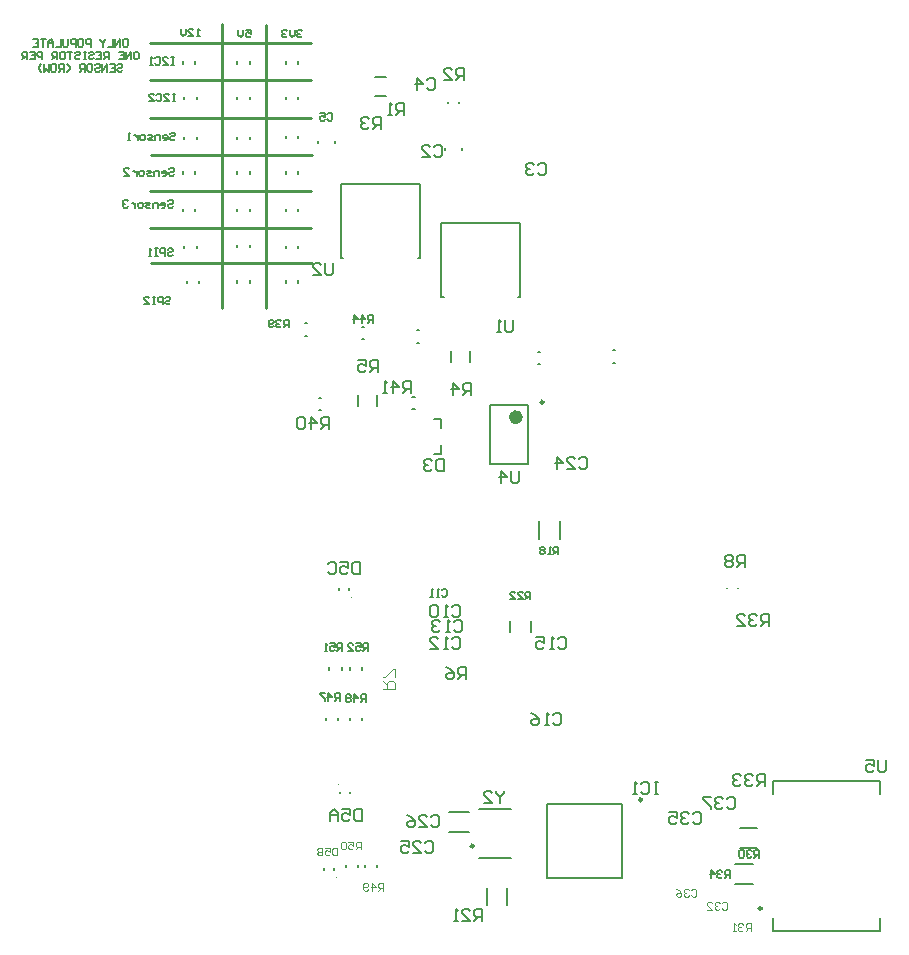
<source format=gbo>
G04*
G04 #@! TF.GenerationSoftware,Altium Limited,Altium Designer,22.11.1 (43)*
G04*
G04 Layer_Color=32896*
%FSLAX25Y25*%
%MOIN*%
G70*
G04*
G04 #@! TF.SameCoordinates,B9669DE6-A21E-4E6A-9EE2-FAEABAE17C55*
G04*
G04*
G04 #@! TF.FilePolarity,Positive*
G04*
G01*
G75*
%ADD10C,0.00787*%
%ADD11C,0.00984*%
%ADD12C,0.02362*%
%ADD13C,0.00394*%
%ADD14C,0.01000*%
%ADD17C,0.00500*%
%ADD18C,0.00300*%
%ADD21C,0.00591*%
D10*
X487331Y390650D02*
X488118D01*
X487331Y386516D02*
X488118D01*
X396063Y310732D02*
Y311315D01*
X399212Y310732D02*
Y311315D01*
X391634Y267323D02*
Y268110D01*
X395768Y267323D02*
Y268110D01*
X403642Y267323D02*
Y268110D01*
X399508Y267323D02*
Y268110D01*
X392815Y284252D02*
Y285039D01*
X396949Y284252D02*
Y285039D01*
X399508Y284252D02*
Y285039D01*
X403642Y284252D02*
Y285039D01*
X422047Y393209D02*
X422835D01*
X422047Y397342D02*
X422835D01*
X462205Y390256D02*
X462992D01*
X462205Y386122D02*
X462992D01*
X384646Y395571D02*
X385433D01*
X384646Y399705D02*
X385433D01*
X378248Y486221D02*
Y487008D01*
X382382Y486221D02*
Y487008D01*
X345177Y412992D02*
Y413779D01*
X349311Y412992D02*
Y413779D01*
X362106Y413287D02*
Y414075D01*
X366240Y413287D02*
Y414075D01*
X362106Y425098D02*
Y425886D01*
X366240Y425098D02*
Y425886D01*
X362106Y449606D02*
Y450394D01*
X366240Y449606D02*
Y450394D01*
X362106Y461024D02*
Y461811D01*
X366240Y461024D02*
Y461811D01*
X362106Y474409D02*
Y475197D01*
X366240Y474409D02*
Y475197D01*
X343996Y449606D02*
Y450394D01*
X348130Y449606D02*
Y450394D01*
X344390Y461024D02*
Y461811D01*
X348524Y461024D02*
Y461811D01*
X344390Y474409D02*
Y475197D01*
X348524Y474409D02*
Y475197D01*
X344390Y424803D02*
Y425591D01*
X348524Y424803D02*
Y425591D01*
X378248Y413287D02*
Y414075D01*
X382382Y413287D02*
Y414075D01*
X378248Y424803D02*
Y425591D01*
X382382Y424803D02*
Y425591D01*
X378248Y449606D02*
Y450394D01*
X382382Y449606D02*
Y450394D01*
X378248Y461319D02*
Y462106D01*
X382382Y461319D02*
Y462106D01*
X362106Y486221D02*
Y487008D01*
X366240Y486221D02*
Y487008D01*
X343996Y486221D02*
Y487008D01*
X348130Y486221D02*
Y487008D01*
X378248Y474409D02*
Y475197D01*
X382382Y474409D02*
Y475197D01*
X378248Y437008D02*
Y437795D01*
X382382Y437008D02*
Y437795D01*
X362106Y437008D02*
Y437795D01*
X366240Y437008D02*
Y437795D01*
X343996Y437008D02*
Y437795D01*
X348130Y437008D02*
Y437795D01*
X394587Y459941D02*
Y460532D01*
X388878Y459941D02*
Y460532D01*
X399606Y243016D02*
Y243598D01*
X396457Y243016D02*
Y243598D01*
X396654Y421614D02*
X397441D01*
X422244D02*
X423032D01*
Y446102D01*
X396654D02*
X423032D01*
X396654Y421614D02*
Y446102D01*
X389370Y370768D02*
X390158D01*
X389370Y374902D02*
X390158D01*
X420472Y371161D02*
X421260D01*
X420472Y375295D02*
X421260D01*
X403543Y398524D02*
X404331D01*
X403543Y394390D02*
X404331D01*
X394192Y217434D02*
Y218017D01*
X391043Y217434D02*
Y218017D01*
X398327Y218513D02*
Y219300D01*
X402461Y218513D02*
Y219300D01*
X442660Y221453D02*
X453290D01*
X442660Y237792D02*
X453290D01*
X528150Y219488D02*
X534055D01*
X528150Y212795D02*
X534055D01*
X408760Y218513D02*
Y219300D01*
X404626Y218513D02*
Y219300D01*
X402362Y372153D02*
Y375878D01*
X408661Y372153D02*
Y375878D01*
X439764Y386823D02*
Y390548D01*
X433465Y386823D02*
Y390548D01*
X525394Y311319D02*
Y311516D01*
X528937Y311319D02*
Y311516D01*
X469520Y327969D02*
Y333874D01*
X462827Y327969D02*
Y333874D01*
X529524Y231571D02*
X535429D01*
X529524Y224878D02*
X535429D01*
X407874Y481890D02*
X411811D01*
X407874Y475591D02*
X411811D01*
X432480Y473130D02*
Y473327D01*
X436024Y473130D02*
Y473327D01*
X430118Y408622D02*
Y433110D01*
X455709Y408622D02*
X456496D01*
X430118D02*
X430905D01*
X456496D02*
Y433110D01*
X430118D02*
X456496D01*
X437106Y457579D02*
Y458169D01*
X431398Y457579D02*
Y458169D01*
X458878Y352673D02*
Y372358D01*
X446279Y352673D02*
Y372358D01*
X458878D01*
X446279Y352673D02*
X458878D01*
X430100Y356296D02*
Y359150D01*
X427541Y356296D02*
X430100D01*
Y364859D02*
Y367713D01*
X427541D02*
X430100D01*
X540681Y197123D02*
X576469D01*
Y201552D01*
X540681Y197123D02*
Y201552D01*
Y242694D02*
Y247123D01*
X576469Y242694D02*
Y247123D01*
X540681D02*
X576469D01*
X490276Y214721D02*
Y239524D01*
X465473Y214721D02*
X490276D01*
X465473D02*
Y239524D01*
X490276D01*
X453130Y296759D02*
Y300486D01*
X460020Y296759D02*
Y300486D01*
X445472Y205807D02*
Y211516D01*
X452165Y205807D02*
Y211516D01*
X432628Y230276D02*
X439321D01*
X432628Y236969D02*
X439321D01*
D11*
X440888Y225489D02*
G03*
X440888Y225489I-492J0D01*
G01*
X464193Y373461D02*
G03*
X464193Y373461I-492J0D01*
G01*
X536902Y204623D02*
G03*
X536902Y204623I-492J0D01*
G01*
X496969Y240902D02*
G03*
X496969Y240902I-492J0D01*
G01*
D12*
X456122Y368421D02*
G03*
X456122Y368421I-1181J0D01*
G01*
D13*
X400197Y308268D02*
G03*
X400197Y308268I-197J0D01*
G01*
X395866Y246063D02*
G03*
X395866Y246063I-197J0D01*
G01*
X395177Y214970D02*
G03*
X395177Y214970I-197J0D01*
G01*
D14*
X333465Y419685D02*
X387008D01*
X333071Y431496D02*
X386614D01*
X333071Y443701D02*
X386614D01*
X333465Y455905D02*
X387008D01*
X333071Y468110D02*
X386614D01*
X333071Y480709D02*
X386614D01*
X333071Y493307D02*
X386614D01*
X357087Y404724D02*
Y499606D01*
X371654Y404724D02*
Y499213D01*
D17*
X324421Y494468D02*
X325254D01*
X325671Y494052D01*
Y492385D01*
X325254Y491969D01*
X324421D01*
X324005Y492385D01*
Y494052D01*
X324421Y494468D01*
X323171Y491969D02*
Y494468D01*
X321505Y491969D01*
Y494468D01*
X320672D02*
Y491969D01*
X319006D01*
X318173Y494468D02*
Y494052D01*
X317340Y493219D01*
X316507Y494052D01*
Y494468D01*
X317340Y493219D02*
Y491969D01*
X313175D02*
Y494468D01*
X311925D01*
X311509Y494052D01*
Y493219D01*
X311925Y492802D01*
X313175D01*
X309426Y494468D02*
X310259D01*
X310676Y494052D01*
Y492385D01*
X310259Y491969D01*
X309426D01*
X309010Y492385D01*
Y494052D01*
X309426Y494468D01*
X308176Y491969D02*
Y494468D01*
X306927D01*
X306510Y494052D01*
Y493219D01*
X306927Y492802D01*
X308176D01*
X305677Y494468D02*
Y492385D01*
X305261Y491969D01*
X304428D01*
X304011Y492385D01*
Y494468D01*
X303178D02*
Y491969D01*
X301512D01*
X300679D02*
Y493635D01*
X299846Y494468D01*
X299013Y493635D01*
Y491969D01*
Y493219D01*
X300679D01*
X298180Y494468D02*
X296514D01*
X297347D01*
Y491969D01*
X294014Y494468D02*
X295680D01*
Y491969D01*
X294014D01*
X295680Y493219D02*
X294847D01*
X327962Y490269D02*
X328795D01*
X329211Y489853D01*
Y488186D01*
X328795Y487770D01*
X327962D01*
X327545Y488186D01*
Y489853D01*
X327962Y490269D01*
X326712Y487770D02*
Y490269D01*
X325046Y487770D01*
Y490269D01*
X322547D02*
X324213D01*
Y487770D01*
X322547D01*
X324213Y489019D02*
X323380D01*
X319215Y487770D02*
Y490269D01*
X317965D01*
X317548Y489853D01*
Y489019D01*
X317965Y488603D01*
X319215D01*
X318381D02*
X317548Y487770D01*
X315049Y490269D02*
X316715D01*
Y487770D01*
X315049D01*
X316715Y489019D02*
X315882D01*
X312550Y489853D02*
X312966Y490269D01*
X313800D01*
X314216Y489853D01*
Y489436D01*
X313800Y489019D01*
X312966D01*
X312550Y488603D01*
Y488186D01*
X312966Y487770D01*
X313800D01*
X314216Y488186D01*
X311717Y490269D02*
X310884D01*
X311300D01*
Y487770D01*
X311717D01*
X310884D01*
X307968Y489853D02*
X308385Y490269D01*
X309218D01*
X309634Y489853D01*
Y489436D01*
X309218Y489019D01*
X308385D01*
X307968Y488603D01*
Y488186D01*
X308385Y487770D01*
X309218D01*
X309634Y488186D01*
X307135Y490269D02*
X305469D01*
X306302D01*
Y487770D01*
X303386Y490269D02*
X304219D01*
X304636Y489853D01*
Y488186D01*
X304219Y487770D01*
X303386D01*
X302970Y488186D01*
Y489853D01*
X303386Y490269D01*
X302137Y487770D02*
Y490269D01*
X300887D01*
X300471Y489853D01*
Y489019D01*
X300887Y488603D01*
X302137D01*
X301304D02*
X300471Y487770D01*
X297138D02*
Y490269D01*
X295889D01*
X295472Y489853D01*
Y489019D01*
X295889Y488603D01*
X297138D01*
X292973Y490269D02*
X294639D01*
Y487770D01*
X292973D01*
X294639Y489019D02*
X293806D01*
X292140Y487770D02*
Y490269D01*
X290890D01*
X290474Y489853D01*
Y489019D01*
X290890Y488603D01*
X292140D01*
X291307D02*
X290474Y487770D01*
X322130Y485653D02*
X322547Y486070D01*
X323380D01*
X323796Y485653D01*
Y485237D01*
X323380Y484821D01*
X322547D01*
X322130Y484404D01*
Y483987D01*
X322547Y483571D01*
X323380D01*
X323796Y483987D01*
X319631Y486070D02*
X321297D01*
Y483571D01*
X319631D01*
X321297Y484821D02*
X320464D01*
X318798Y483571D02*
Y486070D01*
X317132Y483571D01*
Y486070D01*
X314633Y485653D02*
X315049Y486070D01*
X315882D01*
X316299Y485653D01*
Y485237D01*
X315882Y484821D01*
X315049D01*
X314633Y484404D01*
Y483987D01*
X315049Y483571D01*
X315882D01*
X316299Y483987D01*
X312550Y486070D02*
X313383D01*
X313800Y485653D01*
Y483987D01*
X313383Y483571D01*
X312550D01*
X312133Y483987D01*
Y485653D01*
X312550Y486070D01*
X311300Y483571D02*
Y486070D01*
X310051D01*
X309634Y485653D01*
Y484821D01*
X310051Y484404D01*
X311300D01*
X310467D02*
X309634Y483571D01*
X305469D02*
X306302Y484404D01*
Y485237D01*
X305469Y486070D01*
X304219Y483571D02*
Y486070D01*
X302970D01*
X302553Y485653D01*
Y484821D01*
X302970Y484404D01*
X304219D01*
X303386D02*
X302553Y483571D01*
X300471Y486070D02*
X301304D01*
X301720Y485653D01*
Y483987D01*
X301304Y483571D01*
X300471D01*
X300054Y483987D01*
Y485653D01*
X300471Y486070D01*
X299221D02*
Y483571D01*
X298388Y484404D01*
X297555Y483571D01*
Y486070D01*
X296722Y483571D02*
X295889Y484404D01*
Y485237D01*
X296722Y486070D01*
X338141Y408095D02*
X338557Y408511D01*
X339390D01*
X339807Y408095D01*
Y407678D01*
X339390Y407261D01*
X338557D01*
X338141Y406845D01*
Y406428D01*
X338557Y406012D01*
X339390D01*
X339807Y406428D01*
X337308Y406012D02*
Y408511D01*
X336058D01*
X335641Y408095D01*
Y407261D01*
X336058Y406845D01*
X337308D01*
X334808Y408511D02*
X333975D01*
X334392D01*
Y406012D01*
X334808D01*
X333975D01*
X331060D02*
X332726D01*
X331060Y407678D01*
Y408095D01*
X331476Y408511D01*
X332309D01*
X332726Y408095D01*
X338905Y424236D02*
X339322Y424653D01*
X340155D01*
X340571Y424236D01*
Y423820D01*
X340155Y423403D01*
X339322D01*
X338905Y422987D01*
Y422570D01*
X339322Y422154D01*
X340155D01*
X340571Y422570D01*
X338072Y422154D02*
Y424653D01*
X336822D01*
X336406Y424236D01*
Y423403D01*
X336822Y422987D01*
X338072D01*
X335573Y424653D02*
X334740D01*
X335156D01*
Y422154D01*
X335573D01*
X334740D01*
X333490D02*
X332657D01*
X333074D01*
Y424653D01*
X333490Y424236D01*
X338948Y440378D02*
X339365Y440795D01*
X340198D01*
X340614Y440378D01*
Y439961D01*
X340198Y439545D01*
X339365D01*
X338948Y439128D01*
Y438712D01*
X339365Y438295D01*
X340198D01*
X340614Y438712D01*
X336865Y438295D02*
X337698D01*
X338115Y438712D01*
Y439545D01*
X337698Y439961D01*
X336865D01*
X336449Y439545D01*
Y439128D01*
X338115D01*
X335616Y438295D02*
Y439961D01*
X334366D01*
X333950Y439545D01*
Y438295D01*
X333117D02*
X331867D01*
X331450Y438712D01*
X331867Y439128D01*
X332700D01*
X333117Y439545D01*
X332700Y439961D01*
X331450D01*
X330201Y438295D02*
X329368D01*
X328951Y438712D01*
Y439545D01*
X329368Y439961D01*
X330201D01*
X330617Y439545D01*
Y438712D01*
X330201Y438295D01*
X328118Y439961D02*
Y438295D01*
Y439128D01*
X327702Y439545D01*
X327285Y439961D01*
X326869D01*
X325619Y440378D02*
X325202Y440795D01*
X324369D01*
X323953Y440378D01*
Y439961D01*
X324369Y439545D01*
X324786D01*
X324369D01*
X323953Y439128D01*
Y438712D01*
X324369Y438295D01*
X325202D01*
X325619Y438712D01*
X339713Y462819D02*
X340129Y463235D01*
X340962D01*
X341379Y462819D01*
Y462402D01*
X340962Y461986D01*
X340129D01*
X339713Y461569D01*
Y461153D01*
X340129Y460736D01*
X340962D01*
X341379Y461153D01*
X337630Y460736D02*
X338463D01*
X338879Y461153D01*
Y461986D01*
X338463Y462402D01*
X337630D01*
X337213Y461986D01*
Y461569D01*
X338879D01*
X336380Y460736D02*
Y462402D01*
X335131D01*
X334714Y461986D01*
Y460736D01*
X333881D02*
X332631D01*
X332215Y461153D01*
X332631Y461569D01*
X333465D01*
X333881Y461986D01*
X333465Y462402D01*
X332215D01*
X330965Y460736D02*
X330132D01*
X329716Y461153D01*
Y461986D01*
X330132Y462402D01*
X330965D01*
X331382Y461986D01*
Y461153D01*
X330965Y460736D01*
X328883Y462402D02*
Y460736D01*
Y461569D01*
X328466Y461986D01*
X328050Y462402D01*
X327633D01*
X326383Y460736D02*
X325551D01*
X325967D01*
Y463235D01*
X326383Y462819D01*
X339342Y451008D02*
X339758Y451424D01*
X340591D01*
X341008Y451008D01*
Y450591D01*
X340591Y450175D01*
X339758D01*
X339342Y449758D01*
Y449342D01*
X339758Y448925D01*
X340591D01*
X341008Y449342D01*
X337259Y448925D02*
X338092D01*
X338509Y449342D01*
Y450175D01*
X338092Y450591D01*
X337259D01*
X336842Y450175D01*
Y449758D01*
X338509D01*
X336009Y448925D02*
Y450591D01*
X334760D01*
X334343Y450175D01*
Y448925D01*
X333510D02*
X332261D01*
X331844Y449342D01*
X332261Y449758D01*
X333094D01*
X333510Y450175D01*
X333094Y450591D01*
X331844D01*
X330594Y448925D02*
X329761D01*
X329345Y449342D01*
Y450175D01*
X329761Y450591D01*
X330594D01*
X331011Y450175D01*
Y449342D01*
X330594Y448925D01*
X328512Y450591D02*
Y448925D01*
Y449758D01*
X328095Y450175D01*
X327679Y450591D01*
X327262D01*
X324346Y448925D02*
X326013D01*
X324346Y450591D01*
Y451008D01*
X324763Y451424D01*
X325596D01*
X326013Y451008D01*
X341381Y476228D02*
X340548D01*
X340965D01*
Y473728D01*
X341381D01*
X340548D01*
X337633D02*
X339299D01*
X337633Y475394D01*
Y475811D01*
X338049Y476228D01*
X338882D01*
X339299Y475811D01*
X335134D02*
X335550Y476228D01*
X336383D01*
X336800Y475811D01*
Y474145D01*
X336383Y473728D01*
X335550D01*
X335134Y474145D01*
X332634Y473728D02*
X334300D01*
X332634Y475394D01*
Y475811D01*
X333051Y476228D01*
X333884D01*
X334300Y475811D01*
X340965Y488432D02*
X340132D01*
X340548D01*
Y485933D01*
X340965D01*
X340132D01*
X337216D02*
X338882D01*
X337216Y487599D01*
Y488016D01*
X337633Y488432D01*
X338466D01*
X338882Y488016D01*
X334717D02*
X335134Y488432D01*
X335966D01*
X336383Y488016D01*
Y486350D01*
X335966Y485933D01*
X335134D01*
X334717Y486350D01*
X333884Y485933D02*
X333051D01*
X333467D01*
Y488432D01*
X333884Y488016D01*
X349581Y495382D02*
X348748D01*
X349164D01*
Y497881D01*
X349581Y497465D01*
X345832Y495382D02*
X347498D01*
X345832Y497048D01*
Y497465D01*
X346248Y497881D01*
X347081D01*
X347498Y497465D01*
X344999Y497881D02*
Y496215D01*
X344166Y495382D01*
X343333Y496215D01*
Y497881D01*
X364984Y497487D02*
X366650D01*
Y496238D01*
X365816Y496654D01*
X365400D01*
X364984Y496238D01*
Y495405D01*
X365400Y494988D01*
X366233D01*
X366650Y495405D01*
X364150Y497487D02*
Y495821D01*
X363317Y494988D01*
X362484Y495821D01*
Y497487D01*
X383752Y497071D02*
X383335Y497487D01*
X382502D01*
X382086Y497071D01*
Y496654D01*
X382502Y496238D01*
X382919D01*
X382502D01*
X382086Y495821D01*
Y495405D01*
X382502Y494988D01*
X383335D01*
X383752Y495405D01*
X381253Y497487D02*
Y495821D01*
X380420Y494988D01*
X379587Y495821D01*
Y497487D01*
X378754Y497071D02*
X378337Y497487D01*
X377504D01*
X377087Y497071D01*
Y496654D01*
X377504Y496238D01*
X377921D01*
X377504D01*
X377087Y495821D01*
Y495405D01*
X377504Y494988D01*
X378337D01*
X378754Y495405D01*
X396246Y273947D02*
Y276447D01*
X394996D01*
X394580Y276030D01*
Y275197D01*
X394996Y274780D01*
X396246D01*
X395413D02*
X394580Y273947D01*
X392497D02*
Y276447D01*
X393746Y275197D01*
X392080D01*
X391247Y276447D02*
X389581D01*
Y276030D01*
X391247Y274364D01*
Y273947D01*
X393883Y419716D02*
Y416384D01*
X393217Y415717D01*
X391884D01*
X391218Y416384D01*
Y419716D01*
X387219Y415717D02*
X389885D01*
X387219Y418383D01*
Y419049D01*
X387885Y419716D01*
X389218D01*
X389885Y419049D01*
X526307Y214873D02*
Y217372D01*
X525057D01*
X524641Y216956D01*
Y216123D01*
X525057Y215706D01*
X526307D01*
X525474D02*
X524641Y214873D01*
X523808Y216956D02*
X523391Y217372D01*
X522558D01*
X522142Y216956D01*
Y216539D01*
X522558Y216123D01*
X522975D01*
X522558D01*
X522142Y215706D01*
Y215290D01*
X522558Y214873D01*
X523391D01*
X523808Y215290D01*
X520059Y214873D02*
Y217372D01*
X521309Y216123D01*
X519642D01*
X410025Y464536D02*
Y468535D01*
X408026D01*
X407359Y467868D01*
Y466535D01*
X408026Y465869D01*
X410025D01*
X408692D02*
X407359Y464536D01*
X406027Y467868D02*
X405360Y468535D01*
X404027D01*
X403361Y467868D01*
Y467202D01*
X404027Y466535D01*
X404694D01*
X404027D01*
X403361Y465869D01*
Y465203D01*
X404027Y464536D01*
X405360D01*
X406027Y465203D01*
X438200Y281300D02*
Y285299D01*
X436201D01*
X435534Y284632D01*
Y283299D01*
X436201Y282633D01*
X438200D01*
X436867D02*
X435534Y281300D01*
X431535Y285299D02*
X432868Y284632D01*
X434201Y283299D01*
Y281966D01*
X433535Y281300D01*
X432202D01*
X431535Y281966D01*
Y282633D01*
X432202Y283299D01*
X434201D01*
X379185Y398337D02*
Y400836D01*
X377935D01*
X377519Y400420D01*
Y399587D01*
X377935Y399170D01*
X379185D01*
X378352D02*
X377519Y398337D01*
X376686Y400420D02*
X376269Y400836D01*
X375436D01*
X375020Y400420D01*
Y400003D01*
X375436Y399587D01*
X375853D01*
X375436D01*
X375020Y399170D01*
Y398753D01*
X375436Y398337D01*
X376269D01*
X376686Y398753D01*
X374186D02*
X373770Y398337D01*
X372937D01*
X372520Y398753D01*
Y400420D01*
X372937Y400836D01*
X373770D01*
X374186Y400420D01*
Y400003D01*
X373770Y399587D01*
X372520D01*
X405694Y290483D02*
Y292982D01*
X404445D01*
X404028Y292565D01*
Y291732D01*
X404445Y291316D01*
X405694D01*
X404861D02*
X404028Y290483D01*
X401529Y292982D02*
X403195D01*
Y291732D01*
X402362Y292149D01*
X401946D01*
X401529Y291732D01*
Y290899D01*
X401946Y290483D01*
X402779D01*
X403195Y290899D01*
X399030Y290483D02*
X400696D01*
X399030Y292149D01*
Y292565D01*
X399447Y292982D01*
X400280D01*
X400696Y292565D01*
X397010Y290483D02*
Y292982D01*
X395761D01*
X395344Y292565D01*
Y291732D01*
X395761Y291316D01*
X397010D01*
X396177D02*
X395344Y290483D01*
X392845Y292982D02*
X394511D01*
Y291732D01*
X393678Y292149D01*
X393261D01*
X392845Y291732D01*
Y290899D01*
X393261Y290483D01*
X394094D01*
X394511Y290899D01*
X392012Y290483D02*
X391179D01*
X391595D01*
Y292982D01*
X392012Y292565D01*
X404907Y273554D02*
Y276053D01*
X403657D01*
X403241Y275636D01*
Y274803D01*
X403657Y274387D01*
X404907D01*
X404074D02*
X403241Y273554D01*
X401158D02*
Y276053D01*
X402408Y274803D01*
X400742D01*
X399909Y275636D02*
X399492Y276053D01*
X398659D01*
X398242Y275636D01*
Y275220D01*
X398659Y274803D01*
X398242Y274387D01*
Y273970D01*
X398659Y273554D01*
X399492D01*
X399909Y273970D01*
Y274387D01*
X399492Y274803D01*
X399909Y275220D01*
Y275636D01*
X399492Y274803D02*
X398659D01*
X407269Y399932D02*
Y402431D01*
X406020D01*
X405603Y402014D01*
Y401181D01*
X406020Y400765D01*
X407269D01*
X406436D02*
X405603Y399932D01*
X403520D02*
Y402431D01*
X404770Y401181D01*
X403104D01*
X401021Y399932D02*
Y402431D01*
X402271Y401181D01*
X400605D01*
X420019Y376347D02*
Y380346D01*
X418020D01*
X417354Y379679D01*
Y378346D01*
X418020Y377680D01*
X420019D01*
X418687D02*
X417354Y376347D01*
X414021D02*
Y380346D01*
X416021Y378346D01*
X413355D01*
X412022Y376347D02*
X410689D01*
X411356D01*
Y380346D01*
X412022Y379679D01*
X392733Y364536D02*
Y368535D01*
X390734D01*
X390067Y367868D01*
Y366535D01*
X390734Y365869D01*
X392733D01*
X391400D02*
X390067Y364536D01*
X386735D02*
Y368535D01*
X388735Y366535D01*
X386069D01*
X384736Y367868D02*
X384069Y368535D01*
X382736D01*
X382070Y367868D01*
Y365202D01*
X382736Y364536D01*
X384069D01*
X384736Y365202D01*
Y367868D01*
X531285Y318473D02*
Y322472D01*
X529286D01*
X528619Y321805D01*
Y320472D01*
X529286Y319806D01*
X531285D01*
X529952D02*
X528619Y318473D01*
X527286Y321805D02*
X526620Y322472D01*
X525287D01*
X524620Y321805D01*
Y321139D01*
X525287Y320472D01*
X524620Y319806D01*
Y319140D01*
X525287Y318473D01*
X526620D01*
X527286Y319140D01*
Y319806D01*
X526620Y320472D01*
X527286Y321139D01*
Y321805D01*
X526620Y320472D02*
X525287D01*
X417626Y469261D02*
Y473259D01*
X415627D01*
X414961Y472593D01*
Y471260D01*
X415627Y470593D01*
X417626D01*
X416293D02*
X414961Y469261D01*
X413628D02*
X412295D01*
X412961D01*
Y473259D01*
X413628Y472593D01*
X402969Y320110D02*
Y316111D01*
X400970D01*
X400304Y316777D01*
Y319443D01*
X400970Y320110D01*
X402969D01*
X396305D02*
X398971D01*
Y318110D01*
X397638Y318777D01*
X396971D01*
X396305Y318110D01*
Y316777D01*
X396971Y316111D01*
X398304D01*
X398971Y316777D01*
X392306Y319443D02*
X392973Y320110D01*
X394305D01*
X394972Y319443D01*
Y316777D01*
X394305Y316111D01*
X392973D01*
X392306Y316777D01*
X403757Y237826D02*
Y233827D01*
X401757D01*
X401091Y234494D01*
Y237160D01*
X401757Y237826D01*
X403757D01*
X397092D02*
X399758D01*
Y235827D01*
X398425Y236493D01*
X397759D01*
X397092Y235827D01*
Y234494D01*
X397759Y233827D01*
X399092D01*
X399758Y234494D01*
X395759Y233827D02*
Y236493D01*
X394426Y237826D01*
X393094Y236493D01*
Y233827D01*
Y235827D01*
X395759D01*
X392149Y469337D02*
X392565Y469754D01*
X393398D01*
X393815Y469337D01*
Y467671D01*
X393398Y467254D01*
X392565D01*
X392149Y467671D01*
X389650Y469754D02*
X391316D01*
Y468504D01*
X390483Y468921D01*
X390066D01*
X389650Y468504D01*
Y467671D01*
X390066Y467254D01*
X390899D01*
X391316Y467671D01*
X425470Y480861D02*
X426136Y481527D01*
X427469D01*
X428135Y480861D01*
Y478195D01*
X427469Y477528D01*
X426136D01*
X425470Y478195D01*
X422137Y477528D02*
Y481527D01*
X424137Y479528D01*
X421471D01*
X536009Y221585D02*
Y224084D01*
X534760D01*
X534343Y223668D01*
Y222835D01*
X534760Y222418D01*
X536009D01*
X535176D02*
X534343Y221585D01*
X533510Y223668D02*
X533094Y224084D01*
X532261D01*
X531844Y223668D01*
Y223251D01*
X532261Y222835D01*
X532677D01*
X532261D01*
X531844Y222418D01*
Y222002D01*
X532261Y221585D01*
X533094D01*
X533510Y222002D01*
X531011Y223668D02*
X530594Y224084D01*
X529761D01*
X529345Y223668D01*
Y222002D01*
X529761Y221585D01*
X530594D01*
X531011Y222002D01*
Y223668D01*
X459832Y307750D02*
Y310250D01*
X458583D01*
X458166Y309833D01*
Y309000D01*
X458583Y308583D01*
X459832D01*
X458999D02*
X458166Y307750D01*
X455667D02*
X457333D01*
X455667Y309417D01*
Y309833D01*
X456083Y310250D01*
X456917D01*
X457333Y309833D01*
X453168Y307750D02*
X454834D01*
X453168Y309417D01*
Y309833D01*
X453584Y310250D01*
X454417D01*
X454834Y309833D01*
X469124Y322750D02*
Y325250D01*
X467874D01*
X467458Y324833D01*
Y324000D01*
X467874Y323584D01*
X469124D01*
X468291D02*
X467458Y322750D01*
X466625D02*
X465792D01*
X466208D01*
Y325250D01*
X466625Y324833D01*
X464542D02*
X464126Y325250D01*
X463293D01*
X462876Y324833D01*
Y324416D01*
X463293Y324000D01*
X462876Y323584D01*
Y323167D01*
X463293Y322750D01*
X464126D01*
X464542Y323167D01*
Y323584D01*
X464126Y324000D01*
X464542Y324416D01*
Y324833D01*
X464126Y324000D02*
X463293D01*
X430175Y310676D02*
X430592Y311092D01*
X431425D01*
X431841Y310676D01*
Y309010D01*
X431425Y308593D01*
X430592D01*
X430175Y309010D01*
X429342Y308593D02*
X428509D01*
X428926D01*
Y311092D01*
X429342Y310676D01*
X427259Y308593D02*
X426426D01*
X426843D01*
Y311092D01*
X427259Y310676D01*
D18*
X410599Y277646D02*
X414598D01*
Y279646D01*
X413931Y280312D01*
X412599D01*
X411932Y279646D01*
Y277646D01*
Y278979D02*
X410599Y280312D01*
X414598Y281645D02*
Y284311D01*
X413931D01*
X411266Y281645D01*
X410599D01*
X403332Y224341D02*
Y226840D01*
X402083D01*
X401666Y226424D01*
Y225591D01*
X402083Y225174D01*
X403332D01*
X402499D02*
X401666Y224341D01*
X399167Y226840D02*
X400833D01*
Y225591D01*
X400000Y226007D01*
X399584D01*
X399167Y225591D01*
Y224758D01*
X399584Y224341D01*
X400417D01*
X400833Y224758D01*
X398334Y226424D02*
X397917Y226840D01*
X397084D01*
X396668Y226424D01*
Y224758D01*
X397084Y224341D01*
X397917D01*
X398334Y224758D01*
Y226424D01*
X410813Y210561D02*
Y213061D01*
X409563D01*
X409146Y212644D01*
Y211811D01*
X409563Y211395D01*
X410813D01*
X409979D02*
X409146Y210561D01*
X407064D02*
Y213061D01*
X408313Y211811D01*
X406647D01*
X405814Y210978D02*
X405398Y210561D01*
X404565D01*
X404148Y210978D01*
Y212644D01*
X404565Y213061D01*
X405398D01*
X405814Y212644D01*
Y212228D01*
X405398Y211811D01*
X404148D01*
X395458Y224872D02*
Y222373D01*
X394209D01*
X393792Y222789D01*
Y224455D01*
X394209Y224872D01*
X395458D01*
X391293D02*
X392959D01*
Y223622D01*
X392126Y224039D01*
X391709D01*
X391293Y223622D01*
Y222789D01*
X391709Y222373D01*
X392543D01*
X392959Y222789D01*
X390460Y224872D02*
Y222373D01*
X389210D01*
X388794Y222789D01*
Y223205D01*
X389210Y223622D01*
X390460D01*
X389210D01*
X388794Y224039D01*
Y224455D01*
X389210Y224872D01*
X390460D01*
X523713Y206345D02*
X524130Y206761D01*
X524963D01*
X525380Y206345D01*
Y204679D01*
X524963Y204262D01*
X524130D01*
X523713Y204679D01*
X522880Y206345D02*
X522464Y206761D01*
X521631D01*
X521214Y206345D01*
Y205928D01*
X521631Y205512D01*
X522047D01*
X521631D01*
X521214Y205095D01*
Y204679D01*
X521631Y204262D01*
X522464D01*
X522880Y204679D01*
X518715Y204262D02*
X520381D01*
X518715Y205928D01*
Y206345D01*
X519132Y206761D01*
X519965D01*
X520381Y206345D01*
X533231Y197176D02*
Y199675D01*
X531981D01*
X531565Y199258D01*
Y198425D01*
X531981Y198009D01*
X533231D01*
X532398D02*
X531565Y197176D01*
X530731Y199258D02*
X530315Y199675D01*
X529482D01*
X529065Y199258D01*
Y198842D01*
X529482Y198425D01*
X529898D01*
X529482D01*
X529065Y198009D01*
Y197592D01*
X529482Y197176D01*
X530315D01*
X530731Y197592D01*
X528232Y197176D02*
X527399D01*
X527816D01*
Y199675D01*
X528232Y199258D01*
X513477Y210676D02*
X513894Y211092D01*
X514727D01*
X515143Y210676D01*
Y209010D01*
X514727Y208593D01*
X513894D01*
X513477Y209010D01*
X512644Y210676D02*
X512227Y211092D01*
X511395D01*
X510978Y210676D01*
Y210259D01*
X511395Y209842D01*
X511811D01*
X511395D01*
X510978Y209426D01*
Y209010D01*
X511395Y208593D01*
X512227D01*
X512644Y209010D01*
X508479Y211092D02*
X509312Y210676D01*
X510145Y209842D01*
Y209010D01*
X509728Y208593D01*
X508895D01*
X508479Y209010D01*
Y209426D01*
X508895Y209842D01*
X510145D01*
D21*
X475894Y354483D02*
X476561Y355149D01*
X477893D01*
X478560Y354483D01*
Y351817D01*
X477893Y351150D01*
X476561D01*
X475894Y351817D01*
X471895Y351150D02*
X474561D01*
X471895Y353816D01*
Y354483D01*
X472562Y355149D01*
X473895D01*
X474561Y354483D01*
X468563Y351150D02*
Y355149D01*
X470563Y353150D01*
X467897D01*
X430891Y354362D02*
Y350363D01*
X428892D01*
X428226Y351029D01*
Y353695D01*
X428892Y354362D01*
X430891D01*
X426893Y353695D02*
X426226Y354362D01*
X424893D01*
X424227Y353695D01*
Y353029D01*
X424893Y352362D01*
X425560D01*
X424893D01*
X424227Y351696D01*
Y351029D01*
X424893Y350363D01*
X426226D01*
X426893Y351029D01*
X456088Y350425D02*
Y347092D01*
X455422Y346426D01*
X454089D01*
X453422Y347092D01*
Y350425D01*
X450090Y346426D02*
Y350425D01*
X452090Y348425D01*
X449424D01*
X433829Y294640D02*
X434495Y295306D01*
X435828D01*
X436494Y294640D01*
Y291974D01*
X435828Y291308D01*
X434495D01*
X433829Y291974D01*
X432496Y291308D02*
X431163D01*
X431829D01*
Y295306D01*
X432496Y294640D01*
X426498Y291308D02*
X429164D01*
X426498Y293973D01*
Y294640D01*
X427164Y295306D01*
X428497D01*
X429164Y294640D01*
X426682Y235191D02*
X427348Y235858D01*
X428681D01*
X429347Y235191D01*
Y232525D01*
X428681Y231859D01*
X427348D01*
X426682Y232525D01*
X422683Y231859D02*
X425349D01*
X422683Y234525D01*
Y235191D01*
X423349Y235858D01*
X424682D01*
X425349Y235191D01*
X418684Y235858D02*
X420017Y235191D01*
X421350Y233858D01*
Y232525D01*
X420683Y231859D01*
X419351D01*
X418684Y232525D01*
Y233192D01*
X419351Y233858D01*
X421350D01*
X424713Y226530D02*
X425380Y227196D01*
X426712D01*
X427379Y226530D01*
Y223864D01*
X426712Y223198D01*
X425380D01*
X424713Y223864D01*
X420714Y223198D02*
X423380D01*
X420714Y225863D01*
Y226530D01*
X421381Y227196D01*
X422714D01*
X423380Y226530D01*
X416716Y227196D02*
X419381D01*
Y225197D01*
X418048Y225863D01*
X417382D01*
X416716Y225197D01*
Y223864D01*
X417382Y223198D01*
X418715D01*
X419381Y223864D01*
X467293Y269049D02*
X467960Y269716D01*
X469293D01*
X469959Y269049D01*
Y266384D01*
X469293Y265717D01*
X467960D01*
X467293Y266384D01*
X465960Y265717D02*
X464627D01*
X465294D01*
Y269716D01*
X465960Y269049D01*
X459962Y269716D02*
X461295Y269049D01*
X462628Y267717D01*
Y266384D01*
X461962Y265717D01*
X460629D01*
X459962Y266384D01*
Y267050D01*
X460629Y267717D01*
X462628D01*
X502507Y246822D02*
X501174D01*
X501840D01*
Y242824D01*
X502507D01*
X501174D01*
X496509Y246156D02*
X497175Y246822D01*
X498508D01*
X499174Y246156D01*
Y243490D01*
X498508Y242824D01*
X497175D01*
X496509Y243490D01*
X495176Y242824D02*
X493843D01*
X494509D01*
Y246822D01*
X495176Y246156D01*
X450970Y243732D02*
Y243065D01*
X449637Y241732D01*
X448304Y243065D01*
Y243732D01*
X449637Y241732D02*
Y239733D01*
X444306D02*
X446971D01*
X444306Y242399D01*
Y243065D01*
X444972Y243732D01*
X446305D01*
X446971Y243065D01*
X578500Y254199D02*
Y250866D01*
X577834Y250200D01*
X576501D01*
X575834Y250866D01*
Y254199D01*
X571836D02*
X574501D01*
Y252199D01*
X573168Y252866D01*
X572502D01*
X571836Y252199D01*
Y250866D01*
X572502Y250200D01*
X573835D01*
X574501Y250866D01*
X453847Y400818D02*
Y397486D01*
X453181Y396819D01*
X451848D01*
X451181Y397486D01*
Y400818D01*
X449848Y396819D02*
X448515D01*
X449182D01*
Y400818D01*
X449848Y400152D01*
X538009Y245638D02*
Y249637D01*
X536009D01*
X535343Y248971D01*
Y247638D01*
X536009Y246971D01*
X538009D01*
X536676D02*
X535343Y245638D01*
X534010Y248971D02*
X533344Y249637D01*
X532011D01*
X531344Y248971D01*
Y248304D01*
X532011Y247638D01*
X532677D01*
X532011D01*
X531344Y246971D01*
Y246305D01*
X532011Y245638D01*
X533344D01*
X534010Y246305D01*
X530011Y248971D02*
X529345Y249637D01*
X528012D01*
X527346Y248971D01*
Y248304D01*
X528012Y247638D01*
X528679D01*
X528012D01*
X527346Y246971D01*
Y246305D01*
X528012Y245638D01*
X529345D01*
X530011Y246305D01*
X539190Y298788D02*
Y302787D01*
X537190D01*
X536524Y302120D01*
Y300787D01*
X537190Y300121D01*
X539190D01*
X537857D02*
X536524Y298788D01*
X535191Y302120D02*
X534525Y302787D01*
X533192D01*
X532525Y302120D01*
Y301454D01*
X533192Y300787D01*
X533858D01*
X533192D01*
X532525Y300121D01*
Y299454D01*
X533192Y298788D01*
X534525D01*
X535191Y299454D01*
X528527Y298788D02*
X531192D01*
X528527Y301454D01*
Y302120D01*
X529193Y302787D01*
X530526D01*
X531192Y302120D01*
X443642Y200363D02*
Y204362D01*
X441642D01*
X440976Y203695D01*
Y202362D01*
X441642Y201696D01*
X443642D01*
X442309D02*
X440976Y200363D01*
X436977D02*
X439643D01*
X436977Y203029D01*
Y203695D01*
X437643Y204362D01*
X438976D01*
X439643Y203695D01*
X435644Y200363D02*
X434311D01*
X434978D01*
Y204362D01*
X435644Y203695D01*
X408844Y383434D02*
Y387432D01*
X406845D01*
X406178Y386766D01*
Y385433D01*
X406845Y384767D01*
X408844D01*
X407511D02*
X406178Y383434D01*
X402180Y387432D02*
X404845D01*
Y385433D01*
X403512Y386100D01*
X402846D01*
X402180Y385433D01*
Y384100D01*
X402846Y383434D01*
X404179D01*
X404845Y384100D01*
X439946Y375953D02*
Y379952D01*
X437947D01*
X437281Y379286D01*
Y377953D01*
X437947Y377286D01*
X439946D01*
X438614D02*
X437281Y375953D01*
X433948D02*
Y379952D01*
X435948Y377953D01*
X433282D01*
X437584Y480678D02*
Y484677D01*
X435585D01*
X434918Y484010D01*
Y482677D01*
X435585Y482011D01*
X437584D01*
X436251D02*
X434918Y480678D01*
X430920D02*
X433586D01*
X430920Y483344D01*
Y484010D01*
X431586Y484677D01*
X432919D01*
X433586Y484010D01*
X525500Y241097D02*
X526167Y241763D01*
X527500D01*
X528166Y241097D01*
Y238431D01*
X527500Y237764D01*
X526167D01*
X525500Y238431D01*
X524168Y241097D02*
X523501Y241763D01*
X522168D01*
X521502Y241097D01*
Y240430D01*
X522168Y239764D01*
X522835D01*
X522168D01*
X521502Y239097D01*
Y238431D01*
X522168Y237764D01*
X523501D01*
X524168Y238431D01*
X520169Y241763D02*
X517503D01*
Y241097D01*
X520169Y238431D01*
Y237764D01*
X514083Y235979D02*
X514750Y236645D01*
X516082D01*
X516749Y235979D01*
Y233313D01*
X516082Y232646D01*
X514750D01*
X514083Y233313D01*
X512750Y235979D02*
X512084Y236645D01*
X510751D01*
X510084Y235979D01*
Y235312D01*
X510751Y234646D01*
X511417D01*
X510751D01*
X510084Y233979D01*
Y233313D01*
X510751Y232646D01*
X512084D01*
X512750Y233313D01*
X506086Y236645D02*
X508751D01*
Y234646D01*
X507419Y235312D01*
X506752D01*
X506086Y234646D01*
Y233313D01*
X506752Y232646D01*
X508085D01*
X508751Y233313D01*
X468868Y294640D02*
X469534Y295306D01*
X470867D01*
X471534Y294640D01*
Y291974D01*
X470867Y291308D01*
X469534D01*
X468868Y291974D01*
X467535Y291308D02*
X466202D01*
X466869D01*
Y295306D01*
X467535Y294640D01*
X461537Y295306D02*
X464203D01*
Y293307D01*
X462870Y293973D01*
X462204D01*
X461537Y293307D01*
Y291974D01*
X462204Y291308D01*
X463536D01*
X464203Y291974D01*
X434222Y300152D02*
X434889Y300818D01*
X436222D01*
X436888Y300152D01*
Y297486D01*
X436222Y296819D01*
X434889D01*
X434222Y297486D01*
X432889Y296819D02*
X431557D01*
X432223D01*
Y300818D01*
X432889Y300152D01*
X429557D02*
X428891Y300818D01*
X427558D01*
X426891Y300152D01*
Y299485D01*
X427558Y298819D01*
X428224D01*
X427558D01*
X426891Y298152D01*
Y297486D01*
X427558Y296819D01*
X428891D01*
X429557Y297486D01*
X433829Y305270D02*
X434495Y305936D01*
X435828D01*
X436494Y305270D01*
Y302604D01*
X435828Y301938D01*
X434495D01*
X433829Y302604D01*
X432496Y301938D02*
X431163D01*
X431829D01*
Y305936D01*
X432496Y305270D01*
X429164D02*
X428497Y305936D01*
X427164D01*
X426498Y305270D01*
Y302604D01*
X427164Y301938D01*
X428497D01*
X429164Y302604D01*
Y305270D01*
X462477Y452514D02*
X463144Y453181D01*
X464477D01*
X465143Y452514D01*
Y449848D01*
X464477Y449182D01*
X463144D01*
X462477Y449848D01*
X461145Y452514D02*
X460478Y453181D01*
X459145D01*
X458479Y452514D01*
Y451848D01*
X459145Y451181D01*
X459812D01*
X459145D01*
X458479Y450515D01*
Y449848D01*
X459145Y449182D01*
X460478D01*
X461145Y449848D01*
X427832Y458420D02*
X428498Y459086D01*
X429831D01*
X430498Y458420D01*
Y455754D01*
X429831Y455087D01*
X428498D01*
X427832Y455754D01*
X423833Y455087D02*
X426499D01*
X423833Y457753D01*
Y458420D01*
X424500Y459086D01*
X425832D01*
X426499Y458420D01*
M02*

</source>
